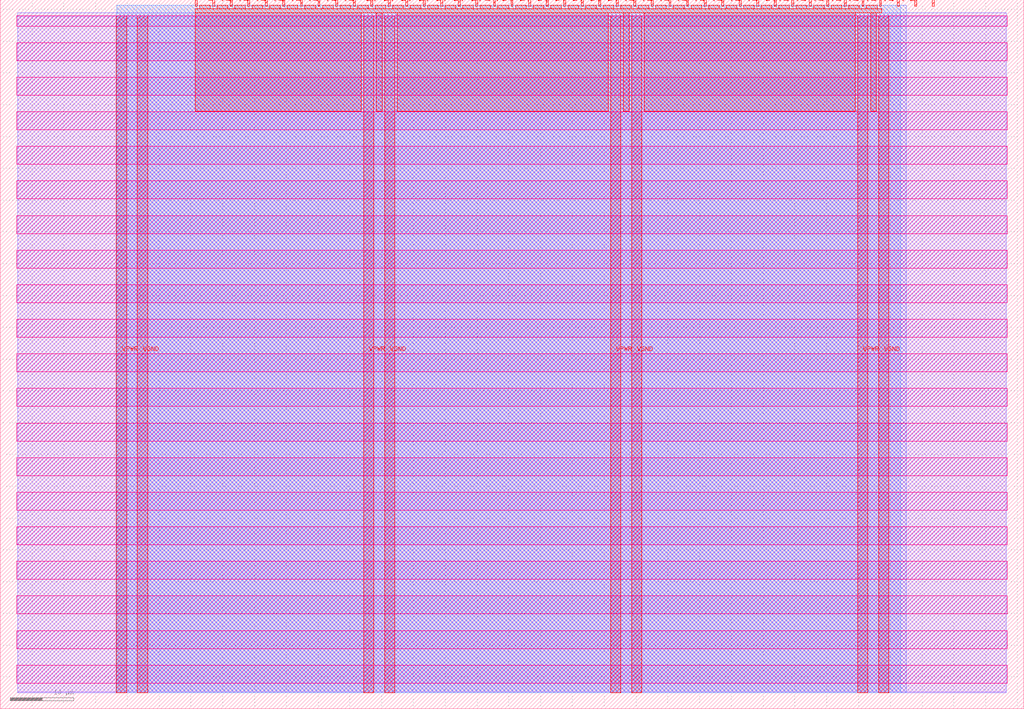
<source format=lef>
VERSION 5.7 ;
  NOWIREEXTENSIONATPIN ON ;
  DIVIDERCHAR "/" ;
  BUSBITCHARS "[]" ;
MACRO tt_um_kb2ghz_xalu
  CLASS BLOCK ;
  FOREIGN tt_um_kb2ghz_xalu ;
  ORIGIN 0.000 0.000 ;
  SIZE 161.000 BY 111.520 ;
  PIN VGND
    DIRECTION INOUT ;
    USE GROUND ;
    PORT
      LAYER met4 ;
        RECT 21.580 2.480 23.180 109.040 ;
    END
    PORT
      LAYER met4 ;
        RECT 60.450 2.480 62.050 109.040 ;
    END
    PORT
      LAYER met4 ;
        RECT 99.320 2.480 100.920 109.040 ;
    END
    PORT
      LAYER met4 ;
        RECT 138.190 2.480 139.790 109.040 ;
    END
  END VGND
  PIN VPWR
    DIRECTION INOUT ;
    USE POWER ;
    PORT
      LAYER met4 ;
        RECT 18.280 2.480 19.880 109.040 ;
    END
    PORT
      LAYER met4 ;
        RECT 57.150 2.480 58.750 109.040 ;
    END
    PORT
      LAYER met4 ;
        RECT 96.020 2.480 97.620 109.040 ;
    END
    PORT
      LAYER met4 ;
        RECT 134.890 2.480 136.490 109.040 ;
    END
  END VPWR
  PIN clk
    DIRECTION INPUT ;
    USE SIGNAL ;
    PORT
      LAYER met4 ;
        RECT 143.830 110.520 144.130 111.520 ;
    END
  END clk
  PIN ena
    DIRECTION INPUT ;
    USE SIGNAL ;
    PORT
      LAYER met4 ;
        RECT 146.590 110.520 146.890 111.520 ;
    END
  END ena
  PIN rst_n
    DIRECTION INPUT ;
    USE SIGNAL ;
    PORT
      LAYER met4 ;
        RECT 141.070 110.520 141.370 111.520 ;
    END
  END rst_n
  PIN ui_in[0]
    DIRECTION INPUT ;
    USE SIGNAL ;
    ANTENNAGATEAREA 0.213000 ;
    PORT
      LAYER met4 ;
        RECT 138.310 110.520 138.610 111.520 ;
    END
  END ui_in[0]
  PIN ui_in[1]
    DIRECTION INPUT ;
    USE SIGNAL ;
    ANTENNAGATEAREA 0.196500 ;
    PORT
      LAYER met4 ;
        RECT 135.550 110.520 135.850 111.520 ;
    END
  END ui_in[1]
  PIN ui_in[2]
    DIRECTION INPUT ;
    USE SIGNAL ;
    ANTENNAGATEAREA 0.126000 ;
    PORT
      LAYER met4 ;
        RECT 132.790 110.520 133.090 111.520 ;
    END
  END ui_in[2]
  PIN ui_in[3]
    DIRECTION INPUT ;
    USE SIGNAL ;
    ANTENNAGATEAREA 0.213000 ;
    PORT
      LAYER met4 ;
        RECT 130.030 110.520 130.330 111.520 ;
    END
  END ui_in[3]
  PIN ui_in[4]
    DIRECTION INPUT ;
    USE SIGNAL ;
    ANTENNAGATEAREA 0.196500 ;
    PORT
      LAYER met4 ;
        RECT 127.270 110.520 127.570 111.520 ;
    END
  END ui_in[4]
  PIN ui_in[5]
    DIRECTION INPUT ;
    USE SIGNAL ;
    ANTENNAGATEAREA 0.196500 ;
    PORT
      LAYER met4 ;
        RECT 124.510 110.520 124.810 111.520 ;
    END
  END ui_in[5]
  PIN ui_in[6]
    DIRECTION INPUT ;
    USE SIGNAL ;
    ANTENNAGATEAREA 0.196500 ;
    PORT
      LAYER met4 ;
        RECT 121.750 110.520 122.050 111.520 ;
    END
  END ui_in[6]
  PIN ui_in[7]
    DIRECTION INPUT ;
    USE SIGNAL ;
    ANTENNAGATEAREA 0.196500 ;
    PORT
      LAYER met4 ;
        RECT 118.990 110.520 119.290 111.520 ;
    END
  END ui_in[7]
  PIN uio_in[0]
    DIRECTION INPUT ;
    USE SIGNAL ;
    PORT
      LAYER met4 ;
        RECT 116.230 110.520 116.530 111.520 ;
    END
  END uio_in[0]
  PIN uio_in[1]
    DIRECTION INPUT ;
    USE SIGNAL ;
    ANTENNAGATEAREA 0.196500 ;
    PORT
      LAYER met4 ;
        RECT 113.470 110.520 113.770 111.520 ;
    END
  END uio_in[1]
  PIN uio_in[2]
    DIRECTION INPUT ;
    USE SIGNAL ;
    ANTENNAGATEAREA 0.196500 ;
    PORT
      LAYER met4 ;
        RECT 110.710 110.520 111.010 111.520 ;
    END
  END uio_in[2]
  PIN uio_in[3]
    DIRECTION INPUT ;
    USE SIGNAL ;
    ANTENNAGATEAREA 0.426000 ;
    PORT
      LAYER met4 ;
        RECT 107.950 110.520 108.250 111.520 ;
    END
  END uio_in[3]
  PIN uio_in[4]
    DIRECTION INPUT ;
    USE SIGNAL ;
    ANTENNAGATEAREA 0.159000 ;
    PORT
      LAYER met4 ;
        RECT 105.190 110.520 105.490 111.520 ;
    END
  END uio_in[4]
  PIN uio_in[5]
    DIRECTION INPUT ;
    USE SIGNAL ;
    ANTENNAGATEAREA 0.196500 ;
    PORT
      LAYER met4 ;
        RECT 102.430 110.520 102.730 111.520 ;
    END
  END uio_in[5]
  PIN uio_in[6]
    DIRECTION INPUT ;
    USE SIGNAL ;
    ANTENNAGATEAREA 0.196500 ;
    PORT
      LAYER met4 ;
        RECT 99.670 110.520 99.970 111.520 ;
    END
  END uio_in[6]
  PIN uio_in[7]
    DIRECTION INPUT ;
    USE SIGNAL ;
    PORT
      LAYER met4 ;
        RECT 96.910 110.520 97.210 111.520 ;
    END
  END uio_in[7]
  PIN uio_oe[0]
    DIRECTION OUTPUT ;
    USE SIGNAL ;
    ANTENNADIFFAREA 0.445500 ;
    PORT
      LAYER met4 ;
        RECT 49.990 110.520 50.290 111.520 ;
    END
  END uio_oe[0]
  PIN uio_oe[1]
    DIRECTION OUTPUT ;
    USE SIGNAL ;
    ANTENNADIFFAREA 0.445500 ;
    PORT
      LAYER met4 ;
        RECT 47.230 110.520 47.530 111.520 ;
    END
  END uio_oe[1]
  PIN uio_oe[2]
    DIRECTION OUTPUT ;
    USE SIGNAL ;
    ANTENNADIFFAREA 0.445500 ;
    PORT
      LAYER met4 ;
        RECT 44.470 110.520 44.770 111.520 ;
    END
  END uio_oe[2]
  PIN uio_oe[3]
    DIRECTION OUTPUT ;
    USE SIGNAL ;
    ANTENNADIFFAREA 0.445500 ;
    PORT
      LAYER met4 ;
        RECT 41.710 110.520 42.010 111.520 ;
    END
  END uio_oe[3]
  PIN uio_oe[4]
    DIRECTION OUTPUT ;
    USE SIGNAL ;
    ANTENNADIFFAREA 0.445500 ;
    PORT
      LAYER met4 ;
        RECT 38.950 110.520 39.250 111.520 ;
    END
  END uio_oe[4]
  PIN uio_oe[5]
    DIRECTION OUTPUT ;
    USE SIGNAL ;
    ANTENNADIFFAREA 0.445500 ;
    PORT
      LAYER met4 ;
        RECT 36.190 110.520 36.490 111.520 ;
    END
  END uio_oe[5]
  PIN uio_oe[6]
    DIRECTION OUTPUT ;
    USE SIGNAL ;
    ANTENNADIFFAREA 0.445500 ;
    PORT
      LAYER met4 ;
        RECT 33.430 110.520 33.730 111.520 ;
    END
  END uio_oe[6]
  PIN uio_oe[7]
    DIRECTION OUTPUT ;
    USE SIGNAL ;
    ANTENNADIFFAREA 0.445500 ;
    PORT
      LAYER met4 ;
        RECT 30.670 110.520 30.970 111.520 ;
    END
  END uio_oe[7]
  PIN uio_out[0]
    DIRECTION OUTPUT ;
    USE SIGNAL ;
    ANTENNADIFFAREA 0.891000 ;
    PORT
      LAYER met4 ;
        RECT 72.070 110.520 72.370 111.520 ;
    END
  END uio_out[0]
  PIN uio_out[1]
    DIRECTION OUTPUT ;
    USE SIGNAL ;
    ANTENNADIFFAREA 0.445500 ;
    PORT
      LAYER met4 ;
        RECT 69.310 110.520 69.610 111.520 ;
    END
  END uio_out[1]
  PIN uio_out[2]
    DIRECTION OUTPUT ;
    USE SIGNAL ;
    ANTENNADIFFAREA 0.445500 ;
    PORT
      LAYER met4 ;
        RECT 66.550 110.520 66.850 111.520 ;
    END
  END uio_out[2]
  PIN uio_out[3]
    DIRECTION OUTPUT ;
    USE SIGNAL ;
    ANTENNADIFFAREA 0.445500 ;
    PORT
      LAYER met4 ;
        RECT 63.790 110.520 64.090 111.520 ;
    END
  END uio_out[3]
  PIN uio_out[4]
    DIRECTION OUTPUT ;
    USE SIGNAL ;
    ANTENNADIFFAREA 0.445500 ;
    PORT
      LAYER met4 ;
        RECT 61.030 110.520 61.330 111.520 ;
    END
  END uio_out[4]
  PIN uio_out[5]
    DIRECTION OUTPUT ;
    USE SIGNAL ;
    ANTENNADIFFAREA 0.445500 ;
    PORT
      LAYER met4 ;
        RECT 58.270 110.520 58.570 111.520 ;
    END
  END uio_out[5]
  PIN uio_out[6]
    DIRECTION OUTPUT ;
    USE SIGNAL ;
    ANTENNADIFFAREA 0.445500 ;
    PORT
      LAYER met4 ;
        RECT 55.510 110.520 55.810 111.520 ;
    END
  END uio_out[6]
  PIN uio_out[7]
    DIRECTION OUTPUT ;
    USE SIGNAL ;
    ANTENNADIFFAREA 0.445500 ;
    PORT
      LAYER met4 ;
        RECT 52.750 110.520 53.050 111.520 ;
    END
  END uio_out[7]
  PIN uo_out[0]
    DIRECTION OUTPUT ;
    USE SIGNAL ;
    ANTENNAGATEAREA 1.237500 ;
    ANTENNADIFFAREA 1.524450 ;
    PORT
      LAYER met4 ;
        RECT 94.150 110.520 94.450 111.520 ;
    END
  END uo_out[0]
  PIN uo_out[1]
    DIRECTION OUTPUT ;
    USE SIGNAL ;
    ANTENNAGATEAREA 1.237500 ;
    ANTENNADIFFAREA 1.524450 ;
    PORT
      LAYER met4 ;
        RECT 91.390 110.520 91.690 111.520 ;
    END
  END uo_out[1]
  PIN uo_out[2]
    DIRECTION OUTPUT ;
    USE SIGNAL ;
    ANTENNAGATEAREA 1.237500 ;
    ANTENNADIFFAREA 1.721000 ;
    PORT
      LAYER met4 ;
        RECT 88.630 110.520 88.930 111.520 ;
    END
  END uo_out[2]
  PIN uo_out[3]
    DIRECTION OUTPUT ;
    USE SIGNAL ;
    ANTENNAGATEAREA 1.237500 ;
    ANTENNADIFFAREA 1.721000 ;
    PORT
      LAYER met4 ;
        RECT 85.870 110.520 86.170 111.520 ;
    END
  END uo_out[3]
  PIN uo_out[4]
    DIRECTION OUTPUT ;
    USE SIGNAL ;
    ANTENNADIFFAREA 0.462000 ;
    PORT
      LAYER met4 ;
        RECT 83.110 110.520 83.410 111.520 ;
    END
  END uo_out[4]
  PIN uo_out[5]
    DIRECTION OUTPUT ;
    USE SIGNAL ;
    ANTENNADIFFAREA 0.924000 ;
    PORT
      LAYER met4 ;
        RECT 80.350 110.520 80.650 111.520 ;
    END
  END uo_out[5]
  PIN uo_out[6]
    DIRECTION OUTPUT ;
    USE SIGNAL ;
    ANTENNADIFFAREA 1.288000 ;
    PORT
      LAYER met4 ;
        RECT 77.590 110.520 77.890 111.520 ;
    END
  END uo_out[6]
  PIN uo_out[7]
    DIRECTION OUTPUT ;
    USE SIGNAL ;
    ANTENNADIFFAREA 1.944000 ;
    PORT
      LAYER met4 ;
        RECT 74.830 110.520 75.130 111.520 ;
    END
  END uo_out[7]
  OBS
      LAYER nwell ;
        RECT 2.570 107.385 158.430 108.990 ;
        RECT 2.570 101.945 158.430 104.775 ;
        RECT 2.570 96.505 158.430 99.335 ;
        RECT 2.570 91.065 158.430 93.895 ;
        RECT 2.570 85.625 158.430 88.455 ;
        RECT 2.570 80.185 158.430 83.015 ;
        RECT 2.570 74.745 158.430 77.575 ;
        RECT 2.570 69.305 158.430 72.135 ;
        RECT 2.570 63.865 158.430 66.695 ;
        RECT 2.570 58.425 158.430 61.255 ;
        RECT 2.570 52.985 158.430 55.815 ;
        RECT 2.570 47.545 158.430 50.375 ;
        RECT 2.570 42.105 158.430 44.935 ;
        RECT 2.570 36.665 158.430 39.495 ;
        RECT 2.570 31.225 158.430 34.055 ;
        RECT 2.570 25.785 158.430 28.615 ;
        RECT 2.570 20.345 158.430 23.175 ;
        RECT 2.570 14.905 158.430 17.735 ;
        RECT 2.570 9.465 158.430 12.295 ;
        RECT 2.570 4.025 158.430 6.855 ;
      LAYER li1 ;
        RECT 2.760 2.635 158.240 108.885 ;
      LAYER met1 ;
        RECT 2.760 2.480 158.240 109.440 ;
      LAYER met2 ;
        RECT 18.310 2.535 142.500 110.685 ;
      LAYER met3 ;
        RECT 18.290 2.555 141.615 110.665 ;
      LAYER met4 ;
        RECT 31.370 110.120 33.030 110.665 ;
        RECT 34.130 110.120 35.790 110.665 ;
        RECT 36.890 110.120 38.550 110.665 ;
        RECT 39.650 110.120 41.310 110.665 ;
        RECT 42.410 110.120 44.070 110.665 ;
        RECT 45.170 110.120 46.830 110.665 ;
        RECT 47.930 110.120 49.590 110.665 ;
        RECT 50.690 110.120 52.350 110.665 ;
        RECT 53.450 110.120 55.110 110.665 ;
        RECT 56.210 110.120 57.870 110.665 ;
        RECT 58.970 110.120 60.630 110.665 ;
        RECT 61.730 110.120 63.390 110.665 ;
        RECT 64.490 110.120 66.150 110.665 ;
        RECT 67.250 110.120 68.910 110.665 ;
        RECT 70.010 110.120 71.670 110.665 ;
        RECT 72.770 110.120 74.430 110.665 ;
        RECT 75.530 110.120 77.190 110.665 ;
        RECT 78.290 110.120 79.950 110.665 ;
        RECT 81.050 110.120 82.710 110.665 ;
        RECT 83.810 110.120 85.470 110.665 ;
        RECT 86.570 110.120 88.230 110.665 ;
        RECT 89.330 110.120 90.990 110.665 ;
        RECT 92.090 110.120 93.750 110.665 ;
        RECT 94.850 110.120 96.510 110.665 ;
        RECT 97.610 110.120 99.270 110.665 ;
        RECT 100.370 110.120 102.030 110.665 ;
        RECT 103.130 110.120 104.790 110.665 ;
        RECT 105.890 110.120 107.550 110.665 ;
        RECT 108.650 110.120 110.310 110.665 ;
        RECT 111.410 110.120 113.070 110.665 ;
        RECT 114.170 110.120 115.830 110.665 ;
        RECT 116.930 110.120 118.590 110.665 ;
        RECT 119.690 110.120 121.350 110.665 ;
        RECT 122.450 110.120 124.110 110.665 ;
        RECT 125.210 110.120 126.870 110.665 ;
        RECT 127.970 110.120 129.630 110.665 ;
        RECT 130.730 110.120 132.390 110.665 ;
        RECT 133.490 110.120 135.150 110.665 ;
        RECT 136.250 110.120 137.910 110.665 ;
        RECT 30.655 109.440 138.625 110.120 ;
        RECT 30.655 94.015 56.750 109.440 ;
        RECT 59.150 94.015 60.050 109.440 ;
        RECT 62.450 94.015 95.620 109.440 ;
        RECT 98.020 94.015 98.920 109.440 ;
        RECT 101.320 94.015 134.490 109.440 ;
        RECT 136.890 94.015 137.790 109.440 ;
  END
END tt_um_kb2ghz_xalu
END LIBRARY


</source>
